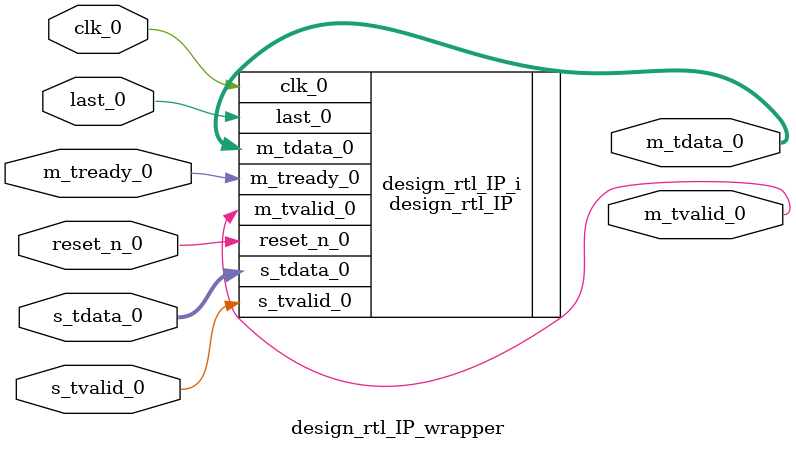
<source format=v>
`timescale 1 ps / 1 ps

module design_rtl_IP_wrapper
   (clk_0,
    last_0,
    m_tdata_0,
    m_tready_0,
    m_tvalid_0,
    reset_n_0,
    s_tdata_0,
    s_tvalid_0);
  input clk_0;
  input last_0;
  output [7:0]m_tdata_0;
  input m_tready_0;
  output m_tvalid_0;
  input reset_n_0;
  input [7:0]s_tdata_0;
  input s_tvalid_0;

  wire clk_0;
  wire last_0;
  wire [7:0]m_tdata_0;
  wire m_tready_0;
  wire m_tvalid_0;
  wire reset_n_0;
  wire [7:0]s_tdata_0;
  wire s_tvalid_0;

  design_rtl_IP design_rtl_IP_i
       (.clk_0(clk_0),
        .last_0(last_0),
        .m_tdata_0(m_tdata_0),
        .m_tready_0(m_tready_0),
        .m_tvalid_0(m_tvalid_0),
        .reset_n_0(reset_n_0),
        .s_tdata_0(s_tdata_0),
        .s_tvalid_0(s_tvalid_0));
endmodule

</source>
